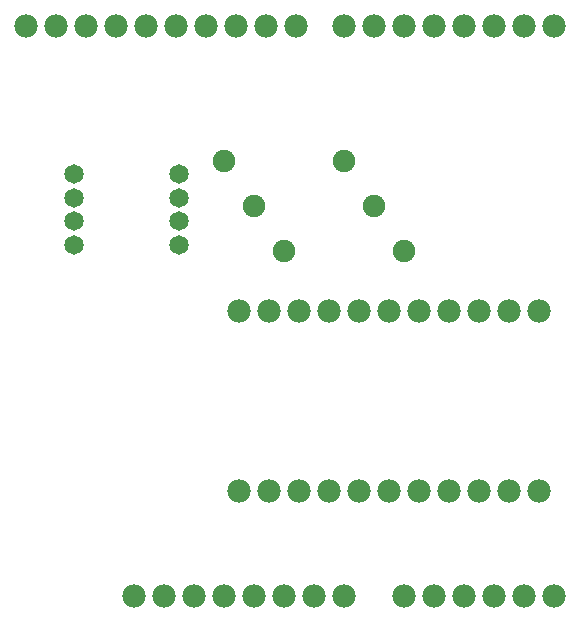
<source format=gtl>
G04 MADE WITH FRITZING*
G04 WWW.FRITZING.ORG*
G04 DOUBLE SIDED*
G04 HOLES PLATED*
G04 CONTOUR ON CENTER OF CONTOUR VECTOR*
%ASAXBY*%
%FSLAX23Y23*%
%MOIN*%
%OFA0B0*%
%SFA1.0B1.0*%
%ADD10C,0.078000*%
%ADD11C,0.065000*%
%ADD12C,0.075000*%
%LNCOPPER1*%
G90*
G70*
G54D10*
X968Y1996D03*
X868Y1996D03*
X768Y1996D03*
X668Y1996D03*
X568Y1996D03*
X468Y1996D03*
X368Y1996D03*
X268Y1996D03*
X168Y1996D03*
X68Y1996D03*
X1129Y96D03*
X1029Y96D03*
X929Y96D03*
X829Y96D03*
X729Y96D03*
X629Y96D03*
X529Y96D03*
X429Y96D03*
X1829Y96D03*
X1729Y96D03*
X1629Y96D03*
X1529Y96D03*
X1429Y96D03*
X1329Y96D03*
X1829Y1996D03*
X1729Y1996D03*
X1629Y1996D03*
X1529Y1996D03*
X1429Y1996D03*
X1329Y1996D03*
X1229Y1996D03*
X1129Y1996D03*
X1779Y446D03*
X1679Y446D03*
X1579Y446D03*
X1479Y446D03*
X1379Y446D03*
X1279Y446D03*
X1179Y446D03*
X1079Y446D03*
X979Y446D03*
X879Y446D03*
X779Y446D03*
X1779Y1046D03*
X1679Y1046D03*
X1579Y1046D03*
X1479Y1046D03*
X1379Y1046D03*
X1279Y1046D03*
X1179Y1046D03*
X1079Y1046D03*
X979Y1046D03*
X879Y1046D03*
X779Y1046D03*
G54D11*
X229Y1267D03*
X229Y1346D03*
X229Y1424D03*
X229Y1503D03*
G54D12*
X1329Y1246D03*
X929Y1246D03*
X1229Y1396D03*
X829Y1396D03*
X1129Y1546D03*
X729Y1546D03*
G54D11*
X579Y1267D03*
X579Y1346D03*
X579Y1424D03*
X579Y1503D03*
G04 End of Copper1*
M02*
</source>
